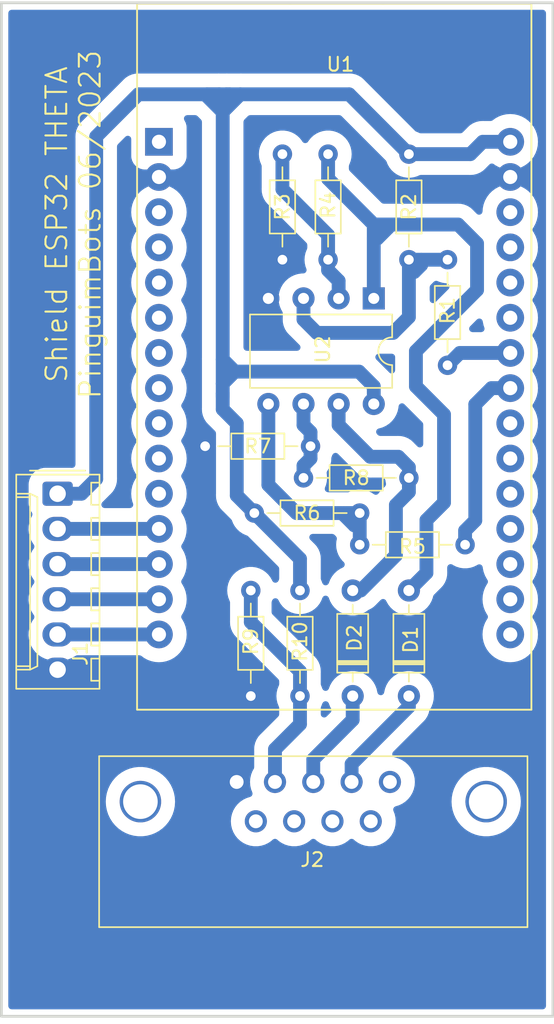
<source format=kicad_pcb>
(kicad_pcb (version 20221018) (generator pcbnew)
  (layers (0 "F.Cu" signal) (31 "B.Cu" signal) (34 "B.Paste" user) (35 "F.Paste" user) (36 "B.SilkS" user "B.Silkscreen") (37 "F.SilkS" user "F.Silkscreen") (38 "B.Mask" user) (39 "F.Mask" user) (44 "Edge.Cuts" user))
  (net 0 "")
  (net 1 "DAC1")
  (net 2 "Net-(U2A-+)")
  (net 13 "+5V")
  (net 14 "Net-(U2A--)")
  (net 15 "DAC2")
  (net 16 "Net-(U2B-+)")
  (net 17 "GND")
  (net 22 "Net-(U2B--)")
  (net 30 "2.5V")
  (net 31 "BRightHall")
  (net 32 "ARightHall")
  (net 33 "BLeftHall")
  (net 34 "ALeftHall")
  (net 35 "XChannel")
  (net 36 "Net-(D1-A)")
  (net 37 "YChannel")
  (net 38 "Net-(D2-A)")
  (footprint "Resistor_THT:R_Axial_DIN0204_L3.6mm_D1.6mm_P7.62mm_Horizontal" (layer "F.Cu") (at 134.62 63.5 90)
    (fp_text reference "R4" (at 3.937 0 90) (layer "F.SilkS"))
    (fp_text value "1k")
    (fp_line (start 0.94 0) (end 1.89 0) (stroke (width 0.12)) (layer "F.SilkS"))
    (fp_line (start 1.89 -0.92) (end 1.89 0.92) (stroke (width 0.12)) (layer "F.SilkS"))
    (fp_line (start 1.89 0.92) (end 5.73 0.92) (stroke (width 0.12)) (layer "F.SilkS"))
    (fp_line (start 5.73 -0.92) (end 1.89 -0.92) (stroke (width 0.12)) (layer "F.SilkS"))
    (fp_line (start 5.73 0.92) (end 5.73 -0.92) (stroke (width 0.12)) (layer "F.SilkS"))
    (fp_line (start 6.68 0) (end 5.73 0) (stroke (width 0.12)) (layer "F.SilkS"))
    (pad "1" thru_hole circle (at 0 0 90) (size 1.4 1.4) (drill 0.7) (layers "*.Cu" "*.Mask") (net 14 "Net-(U2A--)"))
    (pad "2" thru_hole oval (at 7.62 0 90) (size 1.4 1.4) (drill 0.7) (layers "*.Cu" "*.Mask") (net 36 "Net-(D1-A)"))
  )
  (footprint "Resistor_THT:R_Axial_DIN0204_L3.6mm_D1.6mm_P7.62mm_Horizontal" (layer "F.Cu") (at 140.462 55.88 -90)
    (fp_text reference "R2" (at 3.81 0 90) (layer "F.SilkS"))
    (fp_text value "100k")
    (fp_line (start 0.94 0) (end 1.89 0) (stroke (width 0.12)) (layer "F.SilkS"))
    (fp_line (start 1.89 -0.92) (end 1.89 0.92) (stroke (width 0.12)) (layer "F.SilkS"))
    (fp_line (start 1.89 0.92) (end 5.73 0.92) (stroke (width 0.12)) (layer "F.SilkS"))
    (fp_line (start 5.73 -0.92) (end 1.89 -0.92) (stroke (width 0.12)) (layer "F.SilkS"))
    (fp_line (start 5.73 0.92) (end 5.73 -0.92) (stroke (width 0.12)) (layer "F.SilkS"))
    (fp_line (start 6.68 0) (end 5.73 0) (stroke (width 0.12)) (layer "F.SilkS"))
    (pad "1" thru_hole circle (at 0 0 270) (size 1.4 1.4) (drill 0.7) (layers "*.Cu" "*.Mask") (net 13 "+5V"))
    (pad "2" thru_hole oval (at 7.62 0 270) (size 1.4 1.4) (drill 0.7) (layers "*.Cu" "*.Mask") (net 2 "Net-(U2A-+)"))
  )
  (footprint "Resistor_THT:R_Axial_DIN0204_L3.6mm_D1.6mm_P7.62mm_Horizontal" (layer "F.Cu") (at 144.526 84.074 180)
    (fp_text reference "R5" (at 3.81 -0.127) (layer "F.SilkS"))
    (fp_text value "39k")
    (fp_line (start 0.94 0) (end 1.89 0) (stroke (width 0.12)) (layer "F.SilkS"))
    (fp_line (start 1.89 -0.92) (end 1.89 0.92) (stroke (width 0.12)) (layer "F.SilkS"))
    (fp_line (start 1.89 0.92) (end 5.73 0.92) (stroke (width 0.12)) (layer "F.SilkS"))
    (fp_line (start 5.73 -0.92) (end 1.89 -0.92) (stroke (width 0.12)) (layer "F.SilkS"))
    (fp_line (start 5.73 0.92) (end 5.73 -0.92) (stroke (width 0.12)) (layer "F.SilkS"))
    (fp_line (start 6.68 0) (end 5.73 0) (stroke (width 0.12)) (layer "F.SilkS"))
    (pad "1" thru_hole circle (at 0 0 180) (size 1.4 1.4) (drill 0.7) (layers "*.Cu" "*.Mask") (net 15 "DAC2"))
    (pad "2" thru_hole oval (at 7.62 0 180) (size 1.4 1.4) (drill 0.7) (layers "*.Cu" "*.Mask") (net 16 "Net-(U2B-+)"))
  )
  (footprint "Diode_THT:D_DO-35_SOD27_P7.62mm_Horizontal" (layer "F.Cu") (at 140.462 94.996 90)
    (fp_text reference "D1" (at 4.064 0.127 90) (layer "F.SilkS"))
    (fp_text value "1N4148")
    (fp_line (start 1.04 0) (end 1.69 0) (stroke (width 0.12)) (layer "F.SilkS"))
    (fp_line (start 1.69 -1.12) (end 1.69 1.12) (stroke (width 0.12)) (layer "F.SilkS"))
    (fp_line (start 1.69 1.12) (end 5.93 1.12) (stroke (width 0.12)) (layer "F.SilkS"))
    (fp_line (start 2.29 -1.12) (end 2.29 1.12) (stroke (width 0.12)) (layer "F.SilkS"))
    (fp_line (start 2.41 -1.12) (end 2.41 1.12) (stroke (width 0.12)) (layer "F.SilkS"))
    (fp_line (start 2.53 -1.12) (end 2.53 1.12) (stroke (width 0.12)) (layer "F.SilkS"))
    (fp_line (start 5.93 -1.12) (end 1.69 -1.12) (stroke (width 0.12)) (layer "F.SilkS"))
    (fp_line (start 5.93 1.12) (end 5.93 -1.12) (stroke (width 0.12)) (layer "F.SilkS"))
    (fp_line (start 6.58 0) (end 5.93 0) (stroke (width 0.12)) (layer "F.SilkS"))
    (pad "1" thru_hole oval (at 0 0 90) (size 1.6 1.6) (drill 0.8) (layers "*.Cu" "*.Mask") (net 35 "XChannel"))
    (pad "2" thru_hole oval (at 7.62 0 90) (size 1.6 1.6) (drill 0.8) (layers "*.Cu" "B.Mask") (net 36 "Net-(D1-A)"))
  )
  (footprint "Resistor_THT:R_Axial_DIN0204_L3.6mm_D1.6mm_P7.62mm_Horizontal" (layer "F.Cu") (at 143.256 71.12 90)
    (fp_text reference "R1" (at 3.937 0 90) (layer "F.SilkS"))
    (fp_text value "39k")
    (fp_line (start 0.94 0) (end 1.89 0) (stroke (width 0.12)) (layer "F.SilkS"))
    (fp_line (start 1.89 -0.92) (end 1.89 0.92) (stroke (width 0.12)) (layer "F.SilkS"))
    (fp_line (start 1.89 0.92) (end 5.73 0.92) (stroke (width 0.12)) (layer "F.SilkS"))
    (fp_line (start 5.73 -0.92) (end 1.89 -0.92) (stroke (width 0.12)) (layer "F.SilkS"))
    (fp_line (start 5.73 0.92) (end 5.73 -0.92) (stroke (width 0.12)) (layer "F.SilkS"))
    (fp_line (start 6.68 0) (end 5.73 0) (stroke (width 0.12)) (layer "F.SilkS"))
    (pad "1" thru_hole circle (at 0 0 90) (size 1.4 1.4) (drill 0.7) (layers "*.Cu" "*.Mask") (net 1 "DAC1"))
    (pad "2" thru_hole oval (at 7.62 0 90) (size 1.4 1.4) (drill 0.7) (layers "*.Cu" "*.Mask") (net 2 "Net-(U2A-+)"))
  )
  (footprint "Connector_Molex:Molex_KK-254_AE-6410-06A_1x06_P2.54mm_Vertical" (layer "F.Cu") (at 115.062 80.391 -90)
    (fp_text reference "J1" (at 11.557 -1.651 90) (layer "F.SilkS"))
    (fp_text value "Conn_01x06")
    (fp_line (start -1.67 -2) (end -1.67 2) (stroke (width 0.12)) (layer "F.SilkS"))
    (fp_line (start -1.38 -3.03) (end -1.38 2.99) (stroke (width 0.12)) (layer "F.SilkS"))
    (fp_line (start -1.38 2.99) (end 14.08 2.99) (stroke (width 0.12)) (layer "F.SilkS"))
    (fp_line (start -0.8 -3.03) (end -0.8 -2.43) (stroke (width 0.12)) (layer "F.SilkS"))
    (fp_line (start -0.8 -2.43) (end 0.8 -2.43) (stroke (width 0.12)) (layer "F.SilkS"))
    (fp_line (start 0 1.99) (end 0.25 1.46) (stroke (width 0.12)) (layer "F.SilkS"))
    (fp_line (start 0 1.99) (end 12.7 1.99) (stroke (width 0.12)) (layer "F.SilkS"))
    (fp_line (start 0 2.99) (end 0 1.99) (stroke (width 0.12)) (layer "F.SilkS"))
    (fp_line (start 0.25 1.46) (end 12.45 1.46) (stroke (width 0.12)) (layer "F.SilkS"))
    (fp_line (start 0.25 2.99) (end 0.25 1.99) (stroke (width 0.12)) (layer "F.SilkS"))
    (fp_line (start 0.8 -2.43) (end 0.8 -3.03) (stroke (width 0.12)) (layer "F.SilkS"))
    (fp_line (start 1.74 -3.03) (end 1.74 -2.43) (stroke (width 0.12)) (layer "F.SilkS"))
    (fp_line (start 1.74 -2.43) (end 3.34 -2.43) (stroke (width 0.12)) (layer "F.SilkS"))
    (fp_line (start 3.34 -2.43) (end 3.34 -3.03) (stroke (width 0.12)) (layer "F.SilkS"))
    (fp_line (start 4.28 -3.03) (end 4.28 -2.43) (stroke (width 0.12)) (layer "F.SilkS"))
    (fp_line (start 4.28 -2.43) (end 5.88 -2.43) (stroke (width 0.12)) (layer "F.SilkS"))
    (fp_line (start 5.88 -2.43) (end 5.88 -3.03) (stroke (width 0.12)) (layer "F.SilkS"))
    (fp_line (start 6.82 -3.03) (end 6.82 -2.43) (stroke (width 0.12)) (layer "F.SilkS"))
    (fp_line (start 6.82 -2.43) (end 8.42 -2.43) (stroke (width 0.12)) (layer "F.SilkS"))
    (fp_line (start 8.42 -2.43) (end 8.42 -3.03) (stroke (width 0.12)) (layer "F.SilkS"))
    (fp_line (start 9.36 -3.03) (end 9.36 -2.43) (stroke (width 0.12)) (layer "F.SilkS"))
    (fp_line (start 9.36 -2.43) (end 10.96 -2.43) (stroke (width 0.12)) (layer "F.SilkS"))
    (fp_line (start 10.96 -2.43) (end 10.96 -3.03) (stroke (width 0.12)) (layer "F.SilkS"))
    (fp_line (start 11.9 -3.03) (end 11.9 -2.43) (stroke (width 0.12)) (layer "F.SilkS"))
    (fp_line (start 11.9 -2.43) (end 13.5 -2.43) (stroke (width 0.12)) (layer "F.SilkS"))
    (fp_line (start 12.45 1.46) (end 12.7 1.99) (stroke (width 0.12)) (layer "F.SilkS"))
    (fp_line (start 12.45 2.99) (end 12.45 1.99) (stroke (width 0.12)) (layer "F.SilkS"))
    (fp_line (start 12.7 1.99) (end 12.7 2.99) (stroke (width 0.12)) (layer "F.SilkS"))
    (fp_line (start 13.5 -2.43) (end 13.5 -3.03) (stroke (width 0.12)) (layer "F.SilkS"))
    (fp_line (start 14.08 -3.03) (end -1.38 -3.03) (stroke (width 0.12)) (layer "F.SilkS"))
    (fp_line (start 14.08 2.99) (end 14.08 -3.03) (stroke (width 0.12)) (layer "F.SilkS"))
    (pad "1" thru_hole roundrect (at 0 0 270) (size 1.74 2.19) (drill 1.19) (layers "*.Cu" "*.Mask") (roundrect_rratio 0.1436781609) (net 13 "+5V"))
    (pad "2" thru_hole oval (at 2.54 0 270) (size 1.74 2.19) (drill 1.19) (layers "*.Cu" "*.Mask") (net 31 "BRightHall"))
    (pad "3" thru_hole oval (at 5.08 0 270) (size 1.74 2.19) (drill 1.19) (layers "*.Cu" "*.Mask") (net 32 "ARightHall"))
    (pad "4" thru_hole oval (at 7.62 0 270) (size 1.74 2.19) (drill 1.19) (layers "*.Cu" "*.Mask") (net 33 "BLeftHall"))
    (pad "5" thru_hole oval (at 10.16 0 270) (size 1.74 2.19) (drill 1.19) (layers "*.Cu" "*.Mask") (net 34 "ALeftHall"))
    (pad "6" thru_hole oval (at 12.7 0 270) (size 1.74 2.19) (drill 1.19) (layers "*.Cu" "*.Mask") (net 17 "GND"))
  )
  (footprint "Resistor_THT:R_Axial_DIN0204_L3.6mm_D1.6mm_P7.62mm_Horizontal" (layer "F.Cu") (at 129.286 81.788)
    (fp_text reference "R6" (at 3.81 0) (layer "F.SilkS"))
    (fp_text value "100k")
    (fp_line (start 0.94 0) (end 1.89 0) (stroke (width 0.12)) (layer "F.SilkS"))
    (fp_line (start 1.89 -0.92) (end 1.89 0.92) (stroke (width 0.12)) (layer "F.SilkS"))
    (fp_line (start 1.89 0.92) (end 5.73 0.92) (stroke (width 0.12)) (layer "F.SilkS"))
    (fp_line (start 5.73 -0.92) (end 1.89 -0.92) (stroke (width 0.12)) (layer "F.SilkS"))
    (fp_line (start 5.73 0.92) (end 5.73 -0.92) (stroke (width 0.12)) (layer "F.SilkS"))
    (fp_line (start 6.68 0) (end 5.73 0) (stroke (width 0.12)) (layer "F.SilkS"))
    (pad "1" thru_hole circle (at 0 0) (size 1.4 1.4) (drill 0.7) (layers "*.Cu" "*.Mask") (net 13 "+5V"))
    (pad "2" thru_hole oval (at 7.62 0) (size 1.4 1.4) (drill 0.7) (layers "*.Cu" "*.Mask") (net 16 "Net-(U2B-+)"))
  )
  (footprint "Resistor_THT:R_Axial_DIN0204_L3.6mm_D1.6mm_P7.62mm_Horizontal" (layer "F.Cu") (at 132.588 87.376 -90)
    (fp_text reference "R10" (at 3.683 0 90) (layer "F.SilkS"))
    (fp_text value "10k")
    (fp_line (start 0.94 0) (end 1.89 0) (stroke (width 0.12)) (layer "F.SilkS"))
    (fp_line (start 1.89 -0.92) (end 1.89 0.92) (stroke (width 0.12)) (layer "F.SilkS"))
    (fp_line (start 1.89 0.92) (end 5.73 0.92) (stroke (width 0.12)) (layer "F.SilkS"))
    (fp_line (start 5.73 -0.92) (end 1.89 -0.92) (stroke (width 0.12)) (layer "F.SilkS"))
    (fp_line (start 5.73 0.92) (end 5.73 -0.92) (stroke (width 0.12)) (layer "F.SilkS"))
    (fp_line (start 6.68 0) (end 5.73 0) (stroke (width 0.12)) (layer "F.SilkS"))
    (pad "1" thru_hole circle (at 0 0 270) (size 1.4 1.4) (drill 0.7) (layers "*.Cu" "*.Mask") (net 13 "+5V"))
    (pad "2" thru_hole oval (at 7.62 0 270) (size 1.4 1.4) (drill 0.7) (layers "*.Cu" "*.Mask") (net 30 "2.5V"))
  )
  (footprint "Resistor_THT:R_Axial_DIN0204_L3.6mm_D1.6mm_P7.62mm_Horizontal" (layer "F.Cu") (at 132.842 79.248)
    (fp_text reference "R8" (at 3.81 0) (layer "F.SilkS"))
    (fp_text value "1k")
    (fp_line (start 0.94 0) (end 1.89 0) (stroke (width 0.12)) (layer "F.SilkS"))
    (fp_line (start 1.89 -0.92) (end 1.89 0.92) (stroke (width 0.12)) (layer "F.SilkS"))
    (fp_line (start 1.89 0.92) (end 5.73 0.92) (stroke (width 0.12)) (layer "F.SilkS"))
    (fp_line (start 5.73 -0.92) (end 1.89 -0.92) (stroke (width 0.12)) (layer "F.SilkS"))
    (fp_line (start 5.73 0.92) (end 5.73 -0.92) (stroke (width 0.12)) (layer "F.SilkS"))
    (fp_line (start 6.68 0) (end 5.73 0) (stroke (width 0.12)) (layer "F.SilkS"))
    (pad "1" thru_hole circle (at 0 0) (size 1.4 1.4) (drill 0.7) (layers "*.Cu" "*.Mask") (net 22 "Net-(U2B--)"))
    (pad "2" thru_hole oval (at 7.62 0) (size 1.4 1.4) (drill 0.7) (layers "*.Cu" "*.Mask") (net 38 "Net-(D2-A)"))
  )
  (footprint "Resistor_THT:R_Axial_DIN0204_L3.6mm_D1.6mm_P7.62mm_Horizontal" (layer "F.Cu") (at 125.73 76.962)
    (fp_text reference "R7" (at 3.81 0) (layer "F.SilkS"))
    (fp_text value "10k")
    (fp_line (start 0.94 0) (end 1.89 0) (stroke (width 0.12)) (layer "F.SilkS"))
    (fp_line (start 1.89 -0.92) (end 1.89 0.92) (stroke (width 0.12)) (layer "F.SilkS"))
    (fp_line (start 1.89 0.92) (end 5.73 0.92) (stroke (width 0.12)) (layer "F.SilkS"))
    (fp_line (start 5.73 -0.92) (end 1.89 -0.92) (stroke (width 0.12)) (layer "F.SilkS"))
    (fp_line (start 5.73 0.92) (end 5.73 -0.92) (stroke (width 0.12)) (layer "F.SilkS"))
    (fp_line (start 6.68 0) (end 5.73 0) (stroke (width 0.12)) (layer "F.SilkS"))
    (pad "1" thru_hole circle (at 0 0) (size 1.4 1.4) (drill 0.7) (layers "*.Cu" "*.Mask") (net 17 "GND"))
    (pad "2" thru_hole oval (at 7.62 0) (size 1.4 1.4) (drill 0.7) (layers "*.Cu" "*.Mask") (net 22 "Net-(U2B--)"))
  )
  (footprint "Resistor_THT:R_Axial_DIN0204_L3.6mm_D1.6mm_P7.62mm_Horizontal" (layer "F.Cu") (at 129.032 94.996 90)
    (fp_text reference "R9" (at 3.937 0 90) (layer "F.SilkS"))
    (fp_text value "10k")
    (fp_line (start 0.94 0) (end 1.89 0) (stroke (width 0.12)) (layer "F.SilkS"))
    (fp_line (start 1.89 -0.92) (end 1.89 0.92) (stroke (width 0.12)) (layer "F.SilkS"))
    (fp_line (start 1.89 0.92) (end 5.73 0.92) (stroke (width 0.12)) (layer "F.SilkS"))
    (fp_line (start 5.73 -0.92) (end 1.89 -0.92) (stroke (width 0.12)) (layer "F.SilkS"))
    (fp_line (start 5.73 0.92) (end 5.73 -0.92) (stroke (width 0.12)) (layer "F.SilkS"))
    (fp_line (start 6.68 0) (end 5.73 0) (stroke (width 0.12)) (layer "F.SilkS"))
    (pad "1" thru_hole circle (at 0 0 90) (size 1.4 1.4) (drill 0.7) (layers "*.Cu" "*.Mask") (net 17 "GND"))
    (pad "2" thru_hole oval (at 7.62 0 90) (size 1.4 1.4) (drill 0.7) (layers "*.Cu" "*.Mask") (net 30 "2.5V"))
  )
  (footprint "ESP32-DEVKIT-V1:MODULE_ESP32_DEVKIT_V1" (layer "F.Cu") (at 135.09 70.505)
    (fp_text reference "U1" (at 0.419 -21.102) (layer "F.SilkS"))
    (fp_text value "ESP32-DEVKIT-V1")
    (fp_line (start -14.28 -25.475) (end -3.211 -25.475) (stroke (width 0.127)) (layer "F.SilkS"))
    (fp_line (start -14.28 -25.475) (end 14.23 -25.475) (stroke (width 0.127)) (layer "F.SilkS"))
    (fp_line (start -14.28 25.475) (end -14.28 -25.475) (stroke (width 0.127)) (layer "F.SilkS"))
    (fp_line (start -14.28 25.475) (end -14.28 -25.475) (stroke (width 0.127)) (layer "F.SilkS"))
    (fp_line (start -14.28 25.475) (end -8.91 25.475) (stroke (width 0.127)) (layer "F.SilkS"))
    (fp_line (start -8.91 25.475) (end 8.78 25.475) (stroke (width 0.127)) (layer "F.SilkS"))
    (fp_line (start -3.211 -25.475) (end 3.5 -25.475) (stroke (width 0.127)) (layer "F.SilkS"))
    (fp_line (start 3.5 -25.475) (end 14.23 -25.475) (stroke (width 0.127)) (layer "F.SilkS"))
    (fp_line (start 8.78 25.475) (end 14.23 25.475) (stroke (width 0.127)) (layer "F.SilkS"))
    (fp_line (start 14.23 -25.475) (end 14.23 25.475) (stroke (width 0.127)) (layer "F.SilkS"))
    (fp_line (start 14.23 -25.475) (end 14.23 25.475) (stroke (width 0.127)) (layer "F.SilkS"))
    (fp_line (start 14.23 25.475) (end -14.28 25.475) (stroke (width 0.127)) (layer "F.SilkS"))
    (pad "1" thru_hole rect (at -12.7 -15.515) (size 2 2) (drill 1.02) (layers "*.Cu" "*.Mask"))
    (pad "2" thru_hole circle (at -12.7 -12.975) (size 2 2) (drill 1.02) (layers "*.Cu" "*.Mask") (net 17 "GND"))
    (pad "3" thru_hole circle (at -12.7 -10.435) (size 2 2) (drill 1.02) (layers "*.Cu" "*.Mask"))
    (pad "4" thru_hole circle (at -12.7 -7.895) (size 2 2) (drill 1.02) (layers "*.Cu" "*.Mask"))
    (pad "5" thru_hole circle (at -12.7 -5.355) (size 2 2) (drill 1.02) (layers "*.Cu" "*.Mask"))
    (pad "6" thru_hole circle (at -12.7 -2.815) (size 2 2) (drill 1.02) (layers "*.Cu" "*.Mask"))
    (pad "7" thru_hole circle (at -12.7 -0.275) (size 2 2) (drill 1.02) (layers "*.Cu" "*.Mask"))
    (pad "8" thru_hole circle (at -12.7 2.265) (size 2 2) (drill 1.02) (layers "*.Cu" "*.Mask"))
    (pad "9" thru_hole circle (at -12.7 4.805) (size 2 2) (drill 1.02) (layers "*.Cu" "*.Mask"))
    (pad "10" thru_hole circle (at -12.7 7.345) (size 2 2) (drill 1.02) (layers "*.Cu" "*.Mask"))
    (pad "11" thru_hole circle (at -12.7 9.885) (size 2 2) (drill 1.02) (layers "*.Cu" "*.Mask"))
    (pad "12" thru_hole circle (at -12.7 12.425) (size 2 2) (drill 1.02) (layers "*.Cu" "*.Mask") (net 31 "BRightHall"))
    (pad "13" thru_hole circle (at -12.7 14.965) (size 2 2) (drill 1.02) (layers "*.Cu" "*.Mask") (net 32 "ARightHall"))
    (pad "14" thru_hole circle (at -12.7 17.505) (size 2 2) (drill 1.02) (layers "*.Cu" "*.Mask") (net 33 "BLeftHall"))
    (pad "15" thru_hole circle (at -12.7 20.045) (size 2 2) (drill 1.02) (layers "*.Cu" "*.Mask") (net 34 "ALeftHall"))
    (pad "16" thru_hole circle (at 12.7 20.045) (size 2 2) (drill 1.02) (layers "*.Cu" "*.Mask"))
    (pad "17" thru_hole circle (at 12.7 17.505) (size 2 2) (drill 1.02) (layers "*.Cu" "*.Mask"))
    (pad "18" thru_hole circle (at 12.7 14.965) (size 2 2) (drill 1.02) (layers "*.Cu" "*.Mask"))
    (pad "19" thru_hole circle (at 12.7 12.425) (size 2 2) (drill 1.02) (layers "*.Cu" "*.Mask"))
    (pad "20" thru_hole circle (at 12.7 9.885) (size 2 2) (drill 1.02) (layers "*.Cu" "*.Mask"))
    (pad "21" thru_hole circle (at 12.7 7.345) (size 2 2) (drill 1.02) (layers "*.Cu" "*.Mask"))
    (pad "22" thru_hole circle (at 12.7 4.805) (size 2 2) (drill 1.02) (layers "*.Cu" "*.Mask"))
    (pad "23" thru_hole circle (at 12.7 2.265) (size 2 2) (drill 1.02) (layers "*.Cu" "*.Mask") (net 15 "DAC2"))
    (pad "24" thru_hole circle (at 12.7 -0.275) (size 2 2) (drill 1.02) (layers "*.Cu" "*.Mask") (net 1 "DAC1"))
    (pad "25" thru_hole circle (at 12.7 -2.815) (size 2 2) (drill 1.02) (layers "*.Cu" "*.Mask"))
    (pad "26" thru_hole circle (at 12.7 -5.355) (size 2 2) (drill 1.02) (layers "*.Cu" "*.Mask"))
    (pad "27" thru_hole circle (at 12.7 -7.895) (size 2 2) (drill 1.02) (layers "*.Cu" "*.Mask"))
    (pad "28" thru_hole circle (at 12.7 -10.435) (size 2 2) (drill 1.02) (layers "*.Cu" "*.Mask"))
    (pad "29" thru_hole circle (at 12.7 -12.975) (size 2 2) (drill 1.02) (layers "*.Cu" "*.Mask") (net 17 "GND"))
    (pad "30" thru_hole circle (at 12.7 -15.515) (size 2 2) (drill 1.02) (layers "*.Cu" "*.Mask") (net 13 "+5V"))
  )
  (footprint "Resistor_THT:R_Axial_DIN0204_L3.6mm_D1.6mm_P7.62mm_Horizontal" (layer "F.Cu") (at 131.318 63.5 90)
    (fp_text reference "R3" (at 3.81 0 90) (layer "F.SilkS"))
    (fp_text value "10k")
    (fp_line (start 0.94 0) (end 1.89 0) (stroke (width 0.12)) (layer "F.SilkS"))
    (fp_line (start 1.89 -0.92) (end 1.89 0.92) (stroke (width 0.12)) (layer "F.SilkS"))
    (fp_line (start 1.89 0.92) (end 5.73 0.92) (stroke (width 0.12)) (layer "F.SilkS"))
    (fp_line (start 5.73 -0.92) (end 1.89 -0.92) (stroke (width 0.12)) (layer "F.SilkS"))
    (fp_line (start 5.73 0.92) (end 5.73 -0.92) (stroke (width 0.12)) (layer "F.SilkS"))
    (fp_line (start 6.68 0) (end 5.73 0) (stroke (width 0.12)) (layer "F.SilkS"))
    (pad "1" thru_hole circle (at 0 0 90) (size 1.4 1.4) (drill 0.7) (layers "*.Cu" "*.Mask") (net 17 "GND"))
    (pad "2" thru_hole oval (at 7.62 0 90) (size 1.4 1.4) (drill 0.7) (layers "*.Cu" "*.Mask") (net 14 "Net-(U2A--)"))
  )
  (footprint "Diode_THT:D_DO-35_SOD27_P7.62mm_Horizontal" (layer "F.Cu") (at 136.398 94.996 90)
    (fp_text reference "D2" (at 4.191 0.127 90) (layer "F.SilkS"))
    (fp_text value "1N4148")
    (fp_line (start 1.04 0) (end 1.69 0) (stroke (width 0.12)) (layer "F.SilkS"))
    (fp_line (start 1.69 -1.12) (end 1.69 1.12) (stroke (width 0.12)) (layer "F.SilkS"))
    (fp_line (start 1.69 1.12) (end 5.93 1.12) (stroke (width 0.12)) (layer "F.SilkS"))
    (fp_line (start 2.29 -1.12) (end 2.29 1.12) (stroke (width 0.12)) (layer "F.SilkS"))
    (fp_line (start 2.41 -1.12) (end 2.41 1.12) (stroke (width 0.12)) (layer "F.SilkS"))
    (fp_line (start 2.53 -1.12) (end 2.53 1.12) (stroke (width 0.12)) (layer "F.SilkS"))
    (fp_line (start 5.93 -1.12) (end 1.69 -1.12) (stroke (width 0.12)) (layer "F.SilkS"))
    (fp_line (start 5.93 1.12) (end 5.93 -1.12) (stroke (width 0.12)) (layer "F.SilkS"))
    (fp_line (start 6.58 0) (end 5.93 0) (stroke (width 0.12)) (layer "F.SilkS"))
    (pad "1" thru_hole oval (at 0 0 90) (size 1.6 1.6) (drill 0.8) (layers "*.Cu" "*.Mask") (net 37 "YChannel"))
    (pad "2" thru_hole oval (at 7.62 0 90) (size 1.6 1.6) (drill 0.8) (layers "*.Cu" "*.Mask") (net 38 "Net-(D2-A)"))
  )
  (footprint "Package_DIP:DIP-8_W7.62mm" (layer "F.Cu") (at 137.922 66.294 -90)
    (fp_text reference "U2" (at 3.683 3.683 90) (layer "F.SilkS"))
    (fp_text value "LM358")
    (fp_line (start 1.16 -1.33) (end 1.16 8.95) (stroke (width 0.12)) (layer "F.SilkS"))
    (fp_line (start 1.16 8.95) (end 6.46 8.95) (stroke (width 0.12)) (layer "F.SilkS"))
    (fp_line (start 2.81 -1.33) (end 1.16 -1.33) (stroke (width 0.12)) (layer "F.SilkS"))
    (fp_line (start 6.46 -1.33) (end 4.81 -1.33) (stroke (width 0.12)) (layer "F.SilkS"))
    (fp_line (start 6.46 8.95) (end 6.46 -1.33) (stroke (width 0.12)) (layer "F.SilkS"))
    (fp_arc (start 4.81 -1.33) (mid 3.81 -0.33) (end 2.81 -1.33) (stroke (width 0.12)) (layer "F.SilkS"))
    (pad "1" thru_hole rect (at 0 0 270) (size 1.6 1.6) (drill 0.8) (layers "*.Cu" "*.Mask") (net 36 "Net-(D1-A)"))
    (pad "2" thru_hole oval (at 0 2.54 270) (size 1.6 1.6) (drill 0.8) (layers "*.Cu" "*.Mask") (net 14 "Net-(U2A--)"))
    (pad "3" thru_hole oval (at 0 5.08 270) (size 1.6 1.6) (drill 0.8) (layers "*.Cu" "*.Mask") (net 2 "Net-(U2A-+)"))
    (pad "4" thru_hole oval (at 0 7.62 270) (size 1.6 1.6) (drill 0.8) (layers "*.Cu" "*.Mask") (net 17 "GND"))
    (pad "5" thru_hole oval (at 7.62 7.62 270) (size 1.6 1.6) (drill 0.8) (layers "*.Cu" "*.Mask") (net 16 "Net-(U2B-+)"))
    (pad "6" thru_hole oval (at 7.62 5.08 270) (size 1.6 1.6) (drill 0.8) (layers "*.Cu" "*.Mask") (net 22 "Net-(U2B--)"))
    (pad "7" thru_hole oval (at 7.62 2.54 270) (size 1.6 1.6) (drill 0.8) (layers "*.Cu" "*.Mask") (net 38 "Net-(D2-A)"))
    (pad "8" thru_hole oval (at 7.62 0 270) (size 1.6 1.6) (drill 0.8) (layers "*.Cu" "*.Mask") (net 13 "+5V"))
  )
  (footprint "Connector_Dsub:DSUB-9_Male_Horizontal_P2.77x2.84mm_EdgePinOffset7.70mm_Housed_MountingHolesOffset9.12mm" (layer "F.Cu") (at 128.01 101.196)
    (fp_text reference "J2" (at 5.467 5.611) (layer "F.SilkS"))
    (fp_text value "DE9_Plug")
    (fp_line (start -9.945 -1.86) (end 21.025 -1.86) (stroke (width 0.12)) (layer "F.SilkS"))
    (fp_line (start -9.945 10.48) (end -9.945 -1.86) (stroke (width 0.12)) (layer "F.SilkS"))
    (fp_line (start -9.945 10.48) (end 21.025 10.48) (stroke (width 0.12)) (layer "F.SilkS"))
    (fp_line (start 21.025 -1.86) (end 21.025 10.48) (stroke (width 0.12)) (layer "F.SilkS"))
    (pad "0" thru_hole circle (at -6.96 1.42) (size 3 3) (drill 2.5) (layers "*.Cu" "*.Mask"))
    (pad "0" thru_hole circle (at 18.04 1.42) (size 3 3) (drill 2.5) (layers "*.Cu" "*.Mask"))
    (pad "1" thru_hole rect (at 0 0) (size 1.6 1.6) (drill 1) (layers "*.Cu" "*.Mask") (net 17 "GND"))
    (pad "2" thru_hole circle (at 2.77 0) (size 1.6 1.6) (drill 1) (layers "*.Cu" "*.Mask") (net 30 "2.5V"))
    (pad "3" thru_hole circle (at 5.54 0) (size 1.6 1.6) (drill 1) (layers "*.Cu" "*.Mask") (net 37 "YChannel"))
    (pad "4" thru_hole circle (at 8.31 0) (size 1.6 1.6) (drill 1) (layers "*.Cu" "*.Mask") (net 35 "XChannel"))
    (pad "5" thru_hole circle (at 11.08 0) (size 1.6 1.6) (drill 1) (layers "*.Cu" "*.Mask"))
    (pad "6" thru_hole circle (at 1.385 2.84) (size 1.6 1.6) (drill 1) (layers "*.Cu" "*.Mask"))
    (pad "7" thru_hole circle (at 4.155 2.84) (size 1.6 1.6) (drill 1) (layers "*.Cu" "*.Mask"))
    (pad "8" thru_hole circle (at 6.925 2.84) (size 1.6 1.6) (drill 1) (layers "*.Cu" "*.Mask"))
    (pad "9" thru_hole circle (at 9.695 2.84) (size 1.6 1.6) (drill 1) (layers "*.Cu" "*.Mask"))
  )
  (gr_rect (start 110.998 44.958) (end 150.876 118.11) (stroke (width 0.2)) (fill none) (layer "Edge.Cuts"))
  (gr_text "Shield ESP32 THETA\nPinguimBots 06/2023" (at 116.205 60.96 90) (layer "F.SilkS") (effects (font (size 1.5 1.5))))
  (segment (start 144.145 70.231) (end 143.51 70.866) (width 1) (layer "B.Cu") (net 1))
  (segment (start 147.789 70.231) (end 144.145 70.231) (width 1) (layer "B.Cu") (net 1))
  (segment (start 147.79 70.23) (end 147.789 70.231) (width 1) (layer "B.Cu") (net 1))
  (segment (start 140.462 67.642152) (end 139.320952 68.7832) (width 1) (layer "B.Cu") (net 2))
  (segment (start 143.256 63.5) (end 141.351 63.5) (width 1) (layer "B.Cu") (net 2))
  (segment (start 141.351 63.881) (end 140.843 64.389) (width 1) (layer "B.Cu") (net 2))
  (segment (start 139.320952 68.7832) (end 133.8072 68.7832) (width 1) (layer "B.Cu") (net 2))
  (segment (start 140.843 64.389) (end 140.462 64.389) (width 1) (layer "B.Cu") (net 2))
  (segment (start 140.462 64.389) (end 140.462 67.642152) (width 1) (layer "B.Cu") (net 2))
  (segment (start 132.842 67.818) (end 132.842 66.294) (width 1) (layer "B.Cu") (net 2))
  (segment (start 140.462 63.5) (end 140.462 64.389) (width 1) (layer "B.Cu") (net 2))
  (segment (start 141.351 63.5) (end 140.462 63.5) (width 1) (layer "B.Cu") (net 2))
  (segment (start 133.8072 68.7832) (end 132.842 67.818) (width 1) (layer "B.Cu") (net 2))
  (segment (start 141.351 63.5) (end 141.351 63.881) (width 1) (layer "B.Cu") (net 2))
  (segment (start 128.016 80.518) (end 132.588 85.09) (width 1) (layer "B.Cu") (net 13))
  (segment (start 127 74.295) (end 128.016 75.311) (width 1) (layer "B.Cu") (net 13))
  (segment (start 120.904 51.562) (end 126.746 51.562) (width 1) (layer "B.Cu") (net 13))
  (segment (start 147.79 54.99) (end 145.797 54.99) (width 1) (layer "B.Cu") (net 13))
  (segment (start 136.144 51.562) (end 128.27 51.562) (width 1) (layer "B.Cu") (net 13))
  (segment (start 127.875 71.575) (end 127 70.7) (width 1) (layer "B.Cu") (net 13))
  (segment (start 127 73.152) (end 127 73.406) (width 1) (layer "B.Cu") (net 13))
  (segment (start 127.875 71.5772) (end 127.3048 71.5772) (width 1) (layer "B.Cu") (net 13))
  (segment (start 117.856 54.61) (end 120.904 51.562) (width 1) (layer "B.Cu") (net 13))
  (segment (start 125.857 51.689) (end 125.857 51.562) (width 1) (layer "B.Cu") (net 13))
  (segment (start 127 51.816) (end 127.254 51.562) (width 1) (layer "B.Cu") (net 13))
  (segment (start 115.062 80.391) (end 116.7892 80.391) (width 1) (layer "B.Cu") (net 13))
  (segment (start 127.875 71.5772) (end 127.875 71.575) (width 1) (layer "B.Cu") (net 13))
  (segment (start 127 72.45) (end 127.0022 72.45) (width 1) (layer "B.Cu") (net 13))
  (segment (start 132.588 85.09) (end 132.588 87.376) (width 1) (layer "B.Cu") (net 13))
  (segment (start 127.0022 72.45) (end 127.875 71.5772) (width 1) (layer "B.Cu") (net 13))
  (segment (start 145.797 54.99) (end 144.907 55.88) (width 1) (layer "B.Cu") (net 13))
  (segment (start 127 51.816) (end 127 52.832) (width 1) (layer "B.Cu") (net 13))
  (segment (start 137.922 73.914) (end 137.922 72.644) (width 1) (layer "B.Cu") (net 13))
  (segment (start 128.27 51.562) (end 127.508 51.562) (width 1) (layer "B.Cu") (net 13))
  (segment (start 136.8552 71.5772) (end 127.875 71.5772) (width 1) (layer "B.Cu") (net 13))
  (segment (start 127.254 51.562) (end 127.508 51.562) (width 1) (layer "B.Cu") (net 13))
  (segment (start 126.746 51.562) (end 125.857 51.562) (width 1) (layer "B.Cu") (net 13))
  (segment (start 127 52.832) (end 128.27 51.562) (width 1) (layer "B.Cu") (net 13))
  (segment (start 116.7892 80.391) (end 117.856 79.3242) (width 1) (layer "B.Cu") (net 13))
  (segment (start 127 52.832) (end 125.857 51.689) (width 1) (layer "B.Cu") (net 13))
  (segment (start 127 72.45) (end 127 73.152) (width 1) (layer "B.Cu") (net 13))
  (segment (start 127.508 51.562) (end 126.746 51.562) (width 1) (layer "B.Cu") (net 13))
  (segment (start 127 70.7) (end 127 72.45) (width 1) (layer "B.Cu") (net 13))
  (segment (start 127 70.7) (end 127 52.832) (width 1) (layer "B.Cu") (net 13))
  (segment (start 117.856 79.3242) (end 117.856 54.61) (width 1) (layer "B.Cu") (net 13))
  (segment (start 140.462 55.88) (end 136.144 51.562) (width 1) (layer "B.Cu") (net 13))
  (segment (start 144.907 55.88) (end 140.462 55.88) (width 1) (layer "B.Cu") (net 13))
  (segment (start 127 73.152) (end 127 74.295) (width 1) (layer "B.Cu") (net 13))
  (segment (start 137.922 72.644) (end 136.8552 71.5772) (width 1) (layer "B.Cu") (net 13))
  (segment (start 126.746 51.562) (end 127 51.816) (width 1) (layer "B.Cu") (net 13))
  (segment (start 128.016 75.311) (end 128.016 80.518) (width 1) (layer "B.Cu") (net 13))
  (segment (start 131.318 58.42) (end 134.62 61.722) (width 1) (layer "B.Cu") (net 14))
  (segment (start 131.318 55.88) (end 131.318 58.42) (width 1) (layer "B.Cu") (net 14))
  (segment (start 134.62 61.722) (end 134.62 64.262) (width 1) (layer "B.Cu") (net 14))
  (segment (start 135.382 65.024) (end 135.382 66.294) (width 1) (layer "B.Cu") (net 14))
  (segment (start 134.62 64.262) (end 135.382 65.024) (width 1) (layer "B.Cu") (net 14))
  (segment (start 145.2626 82.3214) (end 144.526 83.058) (width 1) (layer "B.Cu") (net 15))
  (segment (start 146.432 72.77) (end 145.2626 73.9394) (width 1) (layer "B.Cu") (net 15))
  (segment (start 144.526 83.058) (end 144.526 84.074) (width 1) (layer "B.Cu") (net 15))
  (segment (start 147.79 72.77) (end 146.432 72.77) (width 1) (layer "B.Cu") (net 15))
  (segment (start 145.2626 73.9394) (end 145.2626 82.3214) (width 1) (layer "B.Cu") (net 15))
  (segment (start 136.525 82.169) (end 136.525 82.677) (width 1) (layer "B.Cu") (net 16))
  (segment (start 136.906 81.788) (end 136.525 82.169) (width 1) (layer "B.Cu") (net 16))
  (segment (start 136.906 81.788) (end 136.906 84.074) (width 1) (layer "B.Cu") (net 16))
  (segment (start 136.525 82.677) (end 135.763 81.915) (width 1) (layer "B.Cu") (net 16))
  (segment (start 132.334 81.788) (end 130.302 79.756) (width 1) (layer "B.Cu") (net 16))
  (segment (start 136.906 81.788) (end 132.334 81.788) (width 1) (layer "B.Cu") (net 16))
  (segment (start 135.763 81.915) (end 135.763 81.788) (width 1) (layer "B.Cu") (net 16))
  (segment (start 130.302 79.756) (end 130.302 73.914) (width 1) (layer "B.Cu") (net 16))
  (segment (start 132.842 75.438) (end 132.842 73.914) (width 1) (layer "B.Cu") (net 22))
  (segment (start 132.842 79.248) (end 132.842 78.359) (width 1) (layer "B.Cu") (net 22))
  (segment (start 133.35 75.946) (end 132.842 75.438) (width 1) (layer "B.Cu") (net 22))
  (segment (start 133.35 77.851) (end 133.35 75.946) (width 1) (layer "B.Cu") (net 22))
  (segment (start 132.842 78.359) (end 133.35 77.851) (width 1) (layer "B.Cu") (net 22))
  (segment (start 129.032 89.662) (end 129.032 87.376) (width 1) (layer "B.Cu") (net 30))
  (segment (start 132.588 94.996) (end 132.588 93.218) (width 1) (layer "B.Cu") (net 30))
  (segment (start 130.78 98.836) (end 132.588 97.028) (width 1) (layer "B.Cu") (net 30))
  (segment (start 132.588 97.028) (end 132.588 94.996) (width 1) (layer "B.Cu") (net 30))
  (segment (start 132.588 93.218) (end 129.032 89.662) (width 1) (layer "B.Cu") (net 30))
  (segment (start 130.78 101.196) (end 130.78 98.836) (width 1) (layer "B.Cu") (net 30))
  (segment (start 122.39 82.93) (end 115.063 82.93) (width 1) (layer "B.Cu") (net 31))
  (segment (start 115.062 85.471) (end 122.389 85.471) (width 1) (layer "B.Cu") (net 32))
  (segment (start 122.389 88.011) (end 115.062 88.011) (width 1) (layer "B.Cu") (net 33))
  (segment (start 115.063 90.55) (end 115.062 90.551) (width 1) (layer "B.Cu") (net 34))
  (segment (start 122.39 90.55) (end 115.063 90.55) (width 1) (layer "B.Cu") (net 34))
  (segment (start 136.32 99.9) (end 140.462 95.758) (width 1) (layer "B.Cu") (net 35))
  (segment (start 136.32 101.196) (end 136.32 99.9) (width 1) (layer "B.Cu") (net 35))
  (segment (start 140.462 95.758) (end 140.462 94.996) (width 1) (layer "B.Cu") (net 35))
  (segment (start 137.922 61.976) (end 138.176 61.976) (width 1) (layer "B.Cu") (net 36))
  (segment (start 137.922 60.96) (end 137.922 61.976) (width 1) (layer "B.Cu") (net 36))
  (segment (start 138.176 61.976) (end 138.938 61.214) (width 1) (layer "B.Cu") (net 36))
  (segment (start 137.668 60.706) (end 137.922 60.96) (width 1) (layer "B.Cu") (net 36))
  (segment (start 138.938 61.214) (end 138.938 60.96) (width 1) (layer "B.Cu") (net 36))
  (segment (start 140.97 70.104) (end 145.39 65.684) (width 1) (layer "B.Cu") (net 36))
  (segment (start 134.62 55.88) (end 134.62 57.658) (width 1) (layer "B.Cu") (net 36))
  (segment (start 134.62 57.658) (end 137.668 60.706) (width 1) (layer "B.Cu") (net 36))
  (segment (start 140.97 72.644) (end 140.97 70.104) (width 1) (layer "B.Cu") (net 36))
  (segment (start 140.462 87.376) (end 141.732 86.106) (width 1) (layer "B.Cu") (net 36))
  (segment (start 141.732 86.106) (end 141.732 82.296) (width 1) (layer "B.Cu") (net 36))
  (segment (start 145.39 62.332) (end 144.018 60.96) (width 1) (layer "B.Cu") (net 36))
  (segment (start 137.922 61.976) (end 137.922 66.294) (width 1) (layer "B.Cu") (net 36))
  (segment (start 139.065 60.96) (end 137.922 60.96) (width 1) (layer "B.Cu") (net 36))
  (segment (start 144.018 60.96) (end 139.065 60.96) (width 1) (layer "B.Cu") (net 36))
  (segment (start 141.732 82.296) (end 143.002 81.026) (width 1) (layer "B.Cu") (net 36))
  (segment (start 145.39 65.684) (end 145.39 62.332) (width 1) (layer "B.Cu") (net 36))
  (segment (start 138.938 60.96) (end 139.065 60.96) (width 1) (layer "B.Cu") (net 36))
  (segment (start 143.002 74.676) (end 140.97 72.644) (width 1) (layer "B.Cu") (net 36))
  (segment (start 143.002 81.026) (end 143.002 74.676) (width 1) (layer "B.Cu") (net 36))
  (segment (start 133.55 99.55873) (end 133.55 101.196) (width 1) (layer "B.Cu") (net 37))
  (segment (start 136.398 96.71073) (end 133.55 99.55873) (width 1) (layer "B.Cu") (net 37))
  (segment (start 136.398 94.996) (end 136.398 96.71073) (width 1) (layer "B.Cu") (net 37))
  (segment (start 135.382 75.438) (end 137.668 77.724) (width 1) (layer "B.Cu") (net 38))
  (segment (start 140.462 79.248) (end 140.462 80.264) (width 1) (layer "B.Cu") (net 38))
  (segment (start 140.462 78.486) (end 140.462 79.248) (width 1) (layer "B.Cu") (net 38))
  (segment (start 137.668 77.724) (end 139.7 77.724) (width 1) (layer "B.Cu") (net 38))
  (segment (start 136.9822 87.376) (end 136.398 87.376) (width 1) (layer "B.Cu") (net 38))
  (segment (start 139.7 77.724) (end 140.462 78.486) (width 1) (layer "B.Cu") (net 38))
  (segment (start 135.382 73.914) (end 135.382 75.438) (width 1) (layer "B.Cu") (net 38))
  (segment (start 139.5222 81.2038) (end 139.5222 84.836) (width 1) (layer "B.Cu") (net 38))
  (segment (start 139.5222 84.836) (end 136.9822 87.376) (width 1) (layer "B.Cu") (net 38))
  (segment (start 140.462 80.264) (end 139.5222 81.2038) (width 1) (layer "B.Cu") (net 38))
  (zone (net 17) (net_name "GND") (layer "B.Cu") (connect_pads yes (clearance 1)) (min_thickness 0.5) (fill yes (thermal_gap 0.5) (thermal_bridge_width 0.5) (island_removal_mode 1) (island_area_min 10))
    (polygon (pts (xy 110.998 44.958) (xy 150.876 44.958) (xy 150.876 57.277) (xy 150.876 118.11) (xy 110.998 118.11)))
  )
)
</source>
